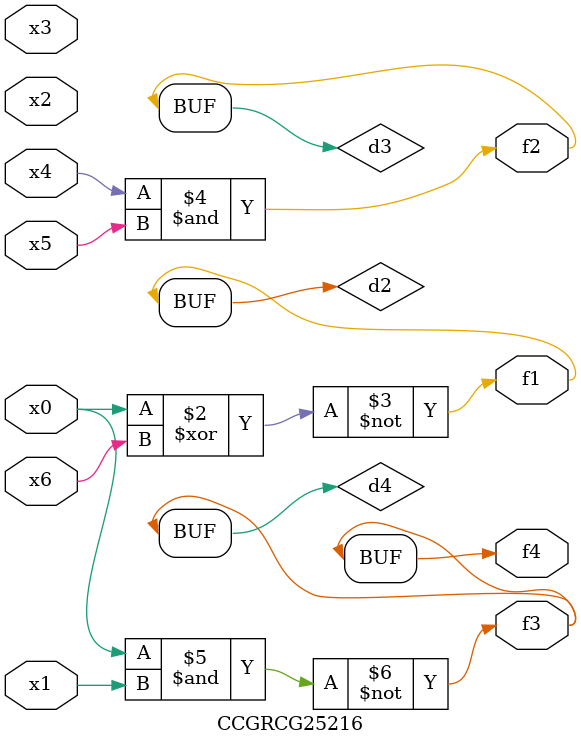
<source format=v>
module CCGRCG25216(
	input x0, x1, x2, x3, x4, x5, x6,
	output f1, f2, f3, f4
);

	wire d1, d2, d3, d4;

	nor (d1, x0);
	xnor (d2, x0, x6);
	and (d3, x4, x5);
	nand (d4, x0, x1);
	assign f1 = d2;
	assign f2 = d3;
	assign f3 = d4;
	assign f4 = d4;
endmodule

</source>
